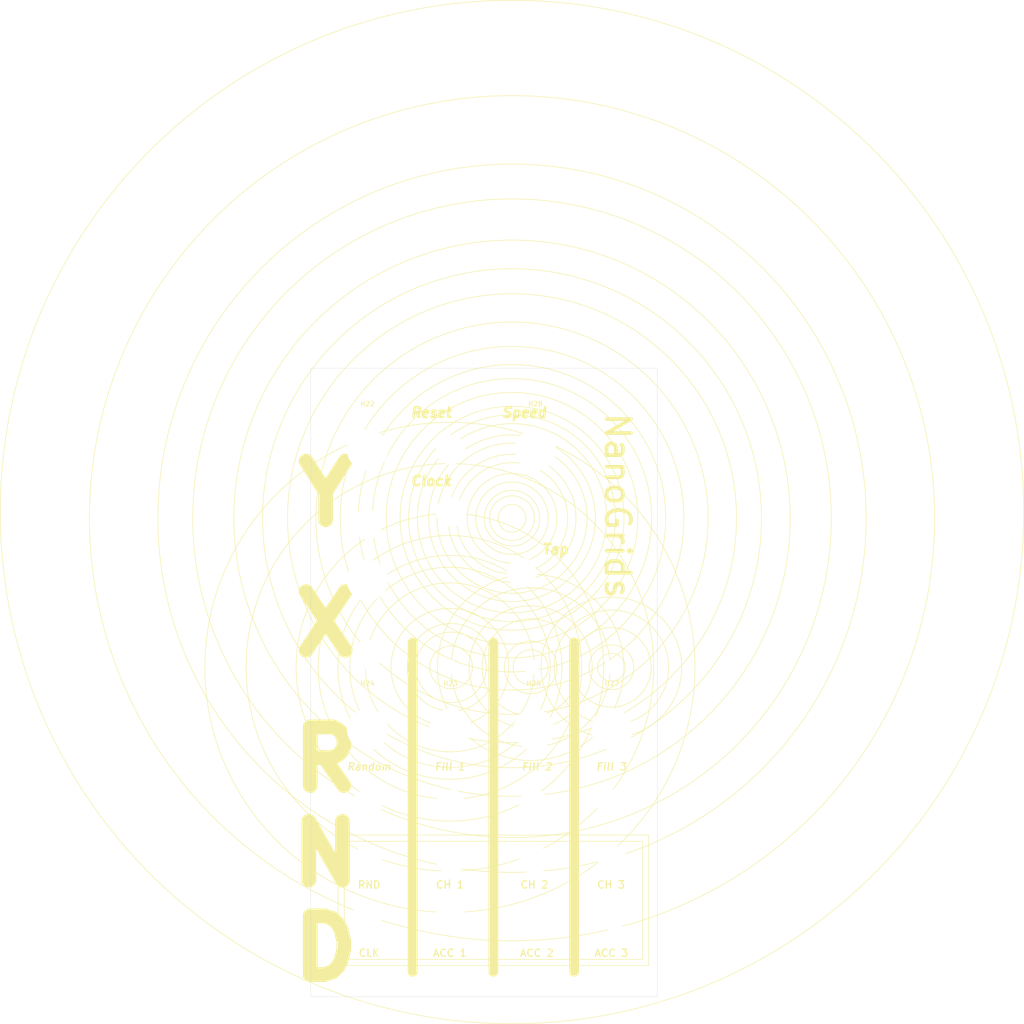
<source format=kicad_pcb>
(kicad_pcb (version 20171130) (host pcbnew "(5.1.6)-1")

  (general
    (thickness 1.6)
    (drawings 83)
    (tracks 0)
    (zones 0)
    (modules 28)
    (nets 1)
  )

  (page A4)
  (layers
    (0 F.Cu signal)
    (31 B.Cu signal)
    (32 B.Adhes user)
    (33 F.Adhes user)
    (34 B.Paste user)
    (35 F.Paste user)
    (36 B.SilkS user)
    (37 F.SilkS user)
    (38 B.Mask user)
    (39 F.Mask user)
    (40 Dwgs.User user)
    (41 Cmts.User user)
    (42 Eco1.User user)
    (43 Eco2.User user)
    (44 Edge.Cuts user)
    (45 Margin user)
    (46 B.CrtYd user hide)
    (47 F.CrtYd user)
    (48 B.Fab user)
    (49 F.Fab user hide)
  )

  (setup
    (last_trace_width 0.25)
    (trace_clearance 0.2)
    (zone_clearance 0.508)
    (zone_45_only no)
    (trace_min 0.2)
    (via_size 0.8)
    (via_drill 0.4)
    (via_min_size 0.4)
    (via_min_drill 0.3)
    (uvia_size 0.3)
    (uvia_drill 0.1)
    (uvias_allowed no)
    (uvia_min_size 0.2)
    (uvia_min_drill 0.1)
    (edge_width 0.05)
    (segment_width 0.2)
    (pcb_text_width 0.3)
    (pcb_text_size 1.5 1.5)
    (mod_edge_width 0.12)
    (mod_text_size 1 1)
    (mod_text_width 0.15)
    (pad_size 3.2 3.2)
    (pad_drill 3.2)
    (pad_to_mask_clearance 0.051)
    (solder_mask_min_width 0.25)
    (aux_axis_origin 0 0)
    (visible_elements 7FFFFFFF)
    (pcbplotparams
      (layerselection 0x010fc_ffffffff)
      (usegerberextensions false)
      (usegerberattributes false)
      (usegerberadvancedattributes false)
      (creategerberjobfile false)
      (excludeedgelayer false)
      (linewidth 0.100000)
      (plotframeref false)
      (viasonmask false)
      (mode 1)
      (useauxorigin false)
      (hpglpennumber 1)
      (hpglpenspeed 20)
      (hpglpendiameter 15.000000)
      (psnegative false)
      (psa4output false)
      (plotreference true)
      (plotvalue true)
      (plotinvisibletext false)
      (padsonsilk false)
      (subtractmaskfromsilk false)
      (outputformat 1)
      (mirror false)
      (drillshape 0)
      (scaleselection 1)
      (outputdirectory "Gerbers/"))
  )

  (net 0 "")

  (net_class Default "Dit is de standaard class."
    (clearance 0.2)
    (trace_width 0.25)
    (via_dia 0.8)
    (via_drill 0.4)
    (uvia_dia 0.3)
    (uvia_drill 0.1)
  )

  (module MountingHole:MountingHole_8.4mm_M8 (layer F.Cu) (tedit 56D1B4CB) (tstamp 5DCEB042)
    (at 224.49 40.64)
    (descr "Mounting Hole 8.4mm, no annular, M8")
    (tags "mounting hole 8.4mm no annular m8")
    (path /5DD42E60)
    (attr virtual)
    (fp_text reference H28 (at 0 -9.4) (layer F.SilkS)
      (effects (font (size 1 1) (thickness 0.15)))
    )
    (fp_text value MountingHole (at 0 9.4) (layer F.Fab)
      (effects (font (size 1 1) (thickness 0.15)))
    )
    (fp_text user %R (at 0.3 0) (layer F.Fab)
      (effects (font (size 1 1) (thickness 0.15)))
    )
    (fp_circle (center 0 0) (end 8.4 0) (layer Cmts.User) (width 0.15))
    (fp_circle (center 0 0) (end 8.65 0) (layer F.CrtYd) (width 0.05))
    (pad 1 np_thru_hole circle (at 0 0) (size 8.4 8.4) (drill 8.4) (layers *.Cu *.Mask))
  )

  (module MountingHole:MountingHole_8.4mm_M8 (layer F.Cu) (tedit 56D1B4CB) (tstamp 5DCE9EB1)
    (at 240.13 97.79)
    (descr "Mounting Hole 8.4mm, no annular, M8")
    (tags "mounting hole 8.4mm no annular m8")
    (path /5DD3F54A)
    (attr virtual)
    (fp_text reference H27 (at 0 -9.4) (layer F.SilkS)
      (effects (font (size 1 1) (thickness 0.15)))
    )
    (fp_text value MountingHole (at 0 9.4) (layer F.Fab)
      (effects (font (size 1 1) (thickness 0.15)))
    )
    (fp_text user %R (at 0.3 0) (layer F.Fab)
      (effects (font (size 1 1) (thickness 0.15)))
    )
    (fp_circle (center 0 0) (end 8.4 0) (layer Cmts.User) (width 0.15))
    (fp_circle (center 0 0) (end 8.65 0) (layer F.CrtYd) (width 0.05))
    (pad 1 np_thru_hole circle (at 0 0) (size 8.4 8.4) (drill 8.4) (layers *.Cu *.Mask))
  )

  (module MountingHole:MountingHole_8.4mm_M8 (layer F.Cu) (tedit 56D1B4CB) (tstamp 5DCE9EA9)
    (at 224.14 97.79)
    (descr "Mounting Hole 8.4mm, no annular, M8")
    (tags "mounting hole 8.4mm no annular m8")
    (path /5DD3F544)
    (attr virtual)
    (fp_text reference H26 (at 0 -9.4) (layer F.SilkS)
      (effects (font (size 1 1) (thickness 0.15)))
    )
    (fp_text value MountingHole (at 0 9.4) (layer F.Fab)
      (effects (font (size 1 1) (thickness 0.15)))
    )
    (fp_text user %R (at 0.3 0) (layer F.Fab)
      (effects (font (size 1 1) (thickness 0.15)))
    )
    (fp_circle (center 0 0) (end 8.4 0) (layer Cmts.User) (width 0.15))
    (fp_circle (center 0 0) (end 8.65 0) (layer F.CrtYd) (width 0.05))
    (pad 1 np_thru_hole circle (at 0 0) (size 8.4 8.4) (drill 8.4) (layers *.Cu *.Mask))
  )

  (module MountingHole:MountingHole_8.4mm_M8 (layer F.Cu) (tedit 56D1B4CB) (tstamp 5DCE8CEE)
    (at 190.15 67.31)
    (descr "Mounting Hole 8.4mm, no annular, M8")
    (tags "mounting hole 8.4mm no annular m8")
    (path /5DD3AED0)
    (attr virtual)
    (fp_text reference H25 (at 0 -9.4) (layer F.SilkS)
      (effects (font (size 1 1) (thickness 0.15)))
    )
    (fp_text value MountingHole (at 0 9.4) (layer F.Fab)
      (effects (font (size 1 1) (thickness 0.15)))
    )
    (fp_text user %R (at 0.3 0) (layer F.Fab)
      (effects (font (size 1 1) (thickness 0.15)))
    )
    (fp_circle (center 0 0) (end 8.4 0) (layer Cmts.User) (width 0.15))
    (fp_circle (center 0 0) (end 8.65 0) (layer F.CrtYd) (width 0.05))
    (pad 1 np_thru_hole circle (at 0 0) (size 8.4 8.4) (drill 8.4) (layers *.Cu *.Mask))
  )

  (module MountingHole:MountingHole_8.4mm_M8 (layer F.Cu) (tedit 56D1B4CB) (tstamp 5DCE8CE6)
    (at 190.15 97.79)
    (descr "Mounting Hole 8.4mm, no annular, M8")
    (tags "mounting hole 8.4mm no annular m8")
    (path /5DD39C6C)
    (attr virtual)
    (fp_text reference H24 (at 0 -9.4) (layer F.SilkS)
      (effects (font (size 1 1) (thickness 0.15)))
    )
    (fp_text value MountingHole (at 0 9.4) (layer F.Fab)
      (effects (font (size 1 1) (thickness 0.15)))
    )
    (fp_text user %R (at 0.3 0) (layer F.Fab)
      (effects (font (size 1 1) (thickness 0.15)))
    )
    (fp_circle (center 0 0) (end 8.4 0) (layer Cmts.User) (width 0.15))
    (fp_circle (center 0 0) (end 8.65 0) (layer F.CrtYd) (width 0.05))
    (pad 1 np_thru_hole circle (at 0 0) (size 8.4 8.4) (drill 8.4) (layers *.Cu *.Mask))
  )

  (module MountingHole:MountingHole_8.4mm_M8 (layer F.Cu) (tedit 56D1B4CB) (tstamp 5DCE8CDE)
    (at 207.11 97.79)
    (descr "Mounting Hole 8.4mm, no annular, M8")
    (tags "mounting hole 8.4mm no annular m8")
    (path /5DD38B39)
    (attr virtual)
    (fp_text reference H23 (at 0 -9.4) (layer F.SilkS)
      (effects (font (size 1 1) (thickness 0.15)))
    )
    (fp_text value MountingHole (at 0 9.4) (layer F.Fab)
      (effects (font (size 1 1) (thickness 0.15)))
    )
    (fp_text user %R (at 0.3 0) (layer F.Fab)
      (effects (font (size 1 1) (thickness 0.15)))
    )
    (fp_circle (center 0 0) (end 8.4 0) (layer Cmts.User) (width 0.15))
    (fp_circle (center 0 0) (end 8.65 0) (layer F.CrtYd) (width 0.05))
    (pad 1 np_thru_hole circle (at 0 0) (size 8.4 8.4) (drill 8.4) (layers *.Cu *.Mask))
  )

  (module MountingHole:MountingHole_8.4mm_M8 (layer F.Cu) (tedit 56D1B4CB) (tstamp 5DCE7BF1)
    (at 190.15 40.64)
    (descr "Mounting Hole 8.4mm, no annular, M8")
    (tags "mounting hole 8.4mm no annular m8")
    (path /5DD35E35)
    (attr virtual)
    (fp_text reference H22 (at 0 -9.4) (layer F.SilkS)
      (effects (font (size 1 1) (thickness 0.15)))
    )
    (fp_text value MountingHole (at 0 9.4) (layer F.Fab)
      (effects (font (size 1 1) (thickness 0.15)))
    )
    (fp_text user %R (at 0.3 0) (layer F.Fab)
      (effects (font (size 1 1) (thickness 0.15)))
    )
    (fp_circle (center 0 0) (end 8.4 0) (layer Cmts.User) (width 0.15))
    (fp_circle (center 0 0) (end 8.65 0) (layer F.CrtYd) (width 0.05))
    (pad 1 np_thru_hole circle (at 0 0) (size 8.4 8.4) (drill 8.4) (layers *.Cu *.Mask))
  )

  (module MountingHole:MountingHole_6mm (layer F.Cu) (tedit 56D1B4CB) (tstamp 5DCD49E6)
    (at 190.15 124.46)
    (descr "Mounting Hole 6mm, no annular")
    (tags "mounting hole 6mm no annular")
    (path /5DCE8A74)
    (attr virtual)
    (fp_text reference H4 (at 0 0) (layer F.SilkS) hide
      (effects (font (size 1 1) (thickness 0.15)))
    )
    (fp_text value MountingHole (at 0 7) (layer F.Fab)
      (effects (font (size 1 1) (thickness 0.15)))
    )
    (fp_circle (center 0 0) (end 6 0) (layer Cmts.User) (width 0.15))
    (fp_circle (center 0 0) (end 6.25 0) (layer F.CrtYd) (width 0.05))
    (fp_text user %R (at 0.3 0) (layer F.Fab)
      (effects (font (size 1 1) (thickness 0.15)))
    )
    (pad 1 np_thru_hole circle (at 0 0) (size 6 6) (drill 6) (layers *.Cu *.Mask))
  )

  (module MountingHole:MountingHole_3mm (layer F.Cu) (tedit 56D1B4CB) (tstamp 5DCE6380)
    (at 219.71 54.61)
    (descr "Mounting Hole 3mm, no annular")
    (tags "mounting hole 3mm no annular")
    (path /5DD18E93)
    (attr virtual)
    (fp_text reference H21 (at 0 0) (layer F.SilkS) hide
      (effects (font (size 1 1) (thickness 0.15)))
    )
    (fp_text value MountingHole (at 0 4) (layer F.Fab)
      (effects (font (size 1 1) (thickness 0.15)))
    )
    (fp_circle (center 0 0) (end 3.25 0) (layer F.CrtYd) (width 0.05))
    (fp_circle (center 0 0) (end 3 0) (layer Cmts.User) (width 0.15))
    (fp_text user %R (at 0.3 0) (layer F.Fab)
      (effects (font (size 1 1) (thickness 0.15)))
    )
    (pad 1 np_thru_hole circle (at 0 0) (size 3 3) (drill 3) (layers *.Cu *.Mask))
  )

  (module MountingHole:MountingHole_3mm (layer F.Cu) (tedit 56D1B4CB) (tstamp 5DCE6378)
    (at 223.72 84.99)
    (descr "Mounting Hole 3mm, no annular")
    (tags "mounting hole 3mm no annular")
    (path /5DD17DAE)
    (attr virtual)
    (fp_text reference H20 (at -0.2 0.1) (layer F.SilkS) hide
      (effects (font (size 1 1) (thickness 0.15)))
    )
    (fp_text value MountingHole (at 0 4) (layer F.Fab)
      (effects (font (size 1 1) (thickness 0.15)))
    )
    (fp_circle (center 0 0) (end 3.25 0) (layer F.CrtYd) (width 0.05))
    (fp_circle (center 0 0) (end 3 0) (layer Cmts.User) (width 0.15))
    (fp_text user %R (at 0.3 0) (layer F.Fab)
      (effects (font (size 1 1) (thickness 0.15)))
    )
    (pad 1 np_thru_hole circle (at 0 0) (size 3 3) (drill 3) (layers *.Cu *.Mask))
  )

  (module MountingHole:MountingHole_3mm (layer F.Cu) (tedit 56D1B4CB) (tstamp 5DCE6370)
    (at 240.03 84.99)
    (descr "Mounting Hole 3mm, no annular")
    (tags "mounting hole 3mm no annular")
    (path /5DD16CDA)
    (attr virtual)
    (fp_text reference H19 (at 0 0.1) (layer F.SilkS) hide
      (effects (font (size 1 1) (thickness 0.15)))
    )
    (fp_text value MountingHole (at 0 4) (layer F.Fab)
      (effects (font (size 1 1) (thickness 0.15)))
    )
    (fp_circle (center 0 0) (end 3.25 0) (layer F.CrtYd) (width 0.05))
    (fp_circle (center 0 0) (end 3 0) (layer Cmts.User) (width 0.15))
    (fp_text user %R (at 0.3 0) (layer F.Fab)
      (effects (font (size 1 1) (thickness 0.15)))
    )
    (pad 1 np_thru_hole circle (at 0 0) (size 3 3) (drill 3) (layers *.Cu *.Mask))
  )

  (module MountingHole:MountingHole_3mm (layer F.Cu) (tedit 56D1B4CB) (tstamp 5DCE5316)
    (at 207.01 84.99)
    (descr "Mounting Hole 3mm, no annular")
    (tags "mounting hole 3mm no annular")
    (path /5DD14658)
    (attr virtual)
    (fp_text reference H18 (at 0 0.1) (layer F.SilkS) hide
      (effects (font (size 1 1) (thickness 0.15)))
    )
    (fp_text value MountingHole (at 0 4) (layer F.Fab)
      (effects (font (size 1 1) (thickness 0.15)))
    )
    (fp_circle (center 0 0) (end 3 0) (layer Cmts.User) (width 0.15))
    (fp_circle (center 0 0) (end 3.25 0) (layer F.CrtYd) (width 0.05))
    (fp_text user %R (at 0.3 0) (layer F.Fab)
      (effects (font (size 1 1) (thickness 0.15)))
    )
    (pad 1 np_thru_hole circle (at 0 0) (size 3 3) (drill 3) (layers *.Cu *.Mask))
  )

  (module MountingHole:MountingHole_6mm (layer F.Cu) (tedit 56D1B4CB) (tstamp 5DCE4226)
    (at 221.73 65.74)
    (descr "Mounting Hole 6mm, no annular")
    (tags "mounting hole 6mm no annular")
    (path /5DD10199)
    (attr virtual)
    (fp_text reference H17 (at -0.75 0.3) (layer F.SilkS) hide
      (effects (font (size 1 1) (thickness 0.15)))
    )
    (fp_text value MountingHole (at 0 7) (layer F.Fab)
      (effects (font (size 1 1) (thickness 0.15)))
    )
    (fp_circle (center 0 0) (end 6 0) (layer Cmts.User) (width 0.15))
    (fp_circle (center 0 0) (end 6.25 0) (layer F.CrtYd) (width 0.05))
    (fp_text user %R (at 0.3 0) (layer F.Fab)
      (effects (font (size 1 1) (thickness 0.15)))
    )
    (pad 1 np_thru_hole circle (at 0 0) (size 6 6) (drill 6) (layers *.Cu *.Mask))
  )

  (module MountingHole:MountingHole_6mm (layer F.Cu) (tedit 56D1B4CB) (tstamp 5DCDE459)
    (at 240.13 113.03)
    (descr "Mounting Hole 6mm, no annular")
    (tags "mounting hole 6mm no annular")
    (path /5DCF89F8)
    (attr virtual)
    (fp_text reference H16 (at -0.1 0) (layer F.SilkS) hide
      (effects (font (size 1 1) (thickness 0.15)))
    )
    (fp_text value MountingHole (at 0 7) (layer F.Fab)
      (effects (font (size 1 1) (thickness 0.15)))
    )
    (fp_circle (center 0 0) (end 6 0) (layer Cmts.User) (width 0.15))
    (fp_circle (center 0 0) (end 6.25 0) (layer F.CrtYd) (width 0.05))
    (fp_text user %R (at 0.3 0) (layer F.Fab)
      (effects (font (size 1 1) (thickness 0.15)))
    )
    (pad 1 np_thru_hole circle (at 0 0) (size 6 6) (drill 6) (layers *.Cu *.Mask))
  )

  (module MountingHole:MountingHole_6mm (layer F.Cu) (tedit 56D1B4CB) (tstamp 5DCDE451)
    (at 190.15 113.03)
    (descr "Mounting Hole 6mm, no annular")
    (tags "mounting hole 6mm no annular")
    (path /5DCF89F2)
    (attr virtual)
    (fp_text reference H15 (at -0.92 0) (layer F.SilkS) hide
      (effects (font (size 1 1) (thickness 0.15)))
    )
    (fp_text value MountingHole (at 0 7) (layer F.Fab)
      (effects (font (size 1 1) (thickness 0.15)))
    )
    (fp_circle (center 0 0) (end 6 0) (layer Cmts.User) (width 0.15))
    (fp_circle (center 0 0) (end 6.25 0) (layer F.CrtYd) (width 0.05))
    (fp_text user %R (at 0.3 0) (layer F.Fab)
      (effects (font (size 1 1) (thickness 0.15)))
    )
    (pad 1 np_thru_hole circle (at 0 0) (size 6 6) (drill 6) (layers *.Cu *.Mask))
  )

  (module MountingHole:MountingHole_6mm (layer F.Cu) (tedit 56D1B4CB) (tstamp 5DCDE449)
    (at 190.15 82.55)
    (descr "Mounting Hole 6mm, no annular")
    (tags "mounting hole 6mm no annular")
    (path /5DCF89EC)
    (attr virtual)
    (fp_text reference H14 (at 0.35 0) (layer F.SilkS) hide
      (effects (font (size 1 1) (thickness 0.15)))
    )
    (fp_text value MountingHole (at 0 7) (layer F.Fab)
      (effects (font (size 1 1) (thickness 0.15)))
    )
    (fp_circle (center 0 0) (end 6 0) (layer Cmts.User) (width 0.15))
    (fp_circle (center 0 0) (end 6.25 0) (layer F.CrtYd) (width 0.05))
    (fp_text user %R (at 0.3 0) (layer F.Fab)
      (effects (font (size 1 1) (thickness 0.15)))
    )
    (pad 1 np_thru_hole circle (at 0 0) (size 6 6) (drill 6) (layers *.Cu *.Mask))
  )

  (module MountingHole:MountingHole_6mm (layer F.Cu) (tedit 56D1B4CB) (tstamp 5DCDE441)
    (at 207.16 113.03)
    (descr "Mounting Hole 6mm, no annular")
    (tags "mounting hole 6mm no annular")
    (path /5DCF89E6)
    (attr virtual)
    (fp_text reference H13 (at 0 0) (layer F.SilkS) hide
      (effects (font (size 1 1) (thickness 0.15)))
    )
    (fp_text value MountingHole (at 0 7) (layer F.Fab)
      (effects (font (size 1 1) (thickness 0.15)))
    )
    (fp_circle (center 0 0) (end 6 0) (layer Cmts.User) (width 0.15))
    (fp_circle (center 0 0) (end 6.25 0) (layer F.CrtYd) (width 0.05))
    (fp_text user %R (at 0.3 0) (layer F.Fab)
      (effects (font (size 1 1) (thickness 0.15)))
    )
    (pad 1 np_thru_hole circle (at 0 0) (size 6 6) (drill 6) (layers *.Cu *.Mask))
  )

  (module MountingHole:MountingHole_6mm (layer F.Cu) (tedit 56D1B4CB) (tstamp 5DCDE439)
    (at 207.16 53.34)
    (descr "Mounting Hole 6mm, no annular")
    (tags "mounting hole 6mm no annular")
    (path /5DCFC61A)
    (attr virtual)
    (fp_text reference H12 (at -0.15 0) (layer F.SilkS) hide
      (effects (font (size 1 1) (thickness 0.15)))
    )
    (fp_text value MountingHole (at 0 7) (layer F.Fab)
      (effects (font (size 1 1) (thickness 0.15)))
    )
    (fp_circle (center 0 0) (end 6 0) (layer Cmts.User) (width 0.15))
    (fp_circle (center 0 0) (end 6.25 0) (layer F.CrtYd) (width 0.05))
    (fp_text user %R (at 0.3 0) (layer F.Fab)
      (effects (font (size 1 1) (thickness 0.15)))
    )
    (pad 1 np_thru_hole circle (at 0 0) (size 6 6) (drill 6) (layers *.Cu *.Mask))
  )

  (module MountingHole:MountingHole_6mm (layer F.Cu) (tedit 56D1B4CB) (tstamp 5DCDE431)
    (at 224.17 113.03)
    (descr "Mounting Hole 6mm, no annular")
    (tags "mounting hole 6mm no annular")
    (path /5DCFC614)
    (attr virtual)
    (fp_text reference H11 (at -0.65 0) (layer F.SilkS) hide
      (effects (font (size 1 1) (thickness 0.15)))
    )
    (fp_text value MountingHole (at 0 7) (layer F.Fab)
      (effects (font (size 1 1) (thickness 0.15)))
    )
    (fp_circle (center 0 0) (end 6 0) (layer Cmts.User) (width 0.15))
    (fp_circle (center 0 0) (end 6.25 0) (layer F.CrtYd) (width 0.05))
    (fp_text user %R (at 0.3 0) (layer F.Fab)
      (effects (font (size 1 1) (thickness 0.15)))
    )
    (pad 1 np_thru_hole circle (at 0 0) (size 6 6) (drill 6) (layers *.Cu *.Mask))
  )

  (module MountingHole:MountingHole_6mm (layer F.Cu) (tedit 56D1B4CB) (tstamp 5DCDE429)
    (at 207.16 40.64)
    (descr "Mounting Hole 6mm, no annular")
    (tags "mounting hole 6mm no annular")
    (path /5DCFC60E)
    (attr virtual)
    (fp_text reference H10 (at -0.15 0) (layer F.SilkS) hide
      (effects (font (size 1 1) (thickness 0.15)))
    )
    (fp_text value MountingHole (at 0 7) (layer F.Fab)
      (effects (font (size 1 1) (thickness 0.15)))
    )
    (fp_circle (center 0 0) (end 6 0) (layer Cmts.User) (width 0.15))
    (fp_circle (center 0 0) (end 6.25 0) (layer F.CrtYd) (width 0.05))
    (fp_text user %R (at 0.3 0) (layer F.Fab)
      (effects (font (size 1 1) (thickness 0.15)))
    )
    (pad 1 np_thru_hole circle (at 0 0) (size 6 6) (drill 6) (layers *.Cu *.Mask))
  )

  (module MountingHole:MountingHole_6mm (layer F.Cu) (tedit 56D1B4CB) (tstamp 5DCDE421)
    (at 190.15 55.88)
    (descr "Mounting Hole 6mm, no annular")
    (tags "mounting hole 6mm no annular")
    (path /5DCFC608)
    (attr virtual)
    (fp_text reference H9 (at 0 1.27) (layer F.SilkS) hide
      (effects (font (size 1 1) (thickness 0.15)))
    )
    (fp_text value MountingHole (at 0 7) (layer F.Fab)
      (effects (font (size 1 1) (thickness 0.15)))
    )
    (fp_circle (center 0 0) (end 6 0) (layer Cmts.User) (width 0.15))
    (fp_circle (center 0 0) (end 6.25 0) (layer F.CrtYd) (width 0.05))
    (fp_text user %R (at 0.3 0) (layer F.Fab)
      (effects (font (size 1 1) (thickness 0.15)))
    )
    (pad 1 np_thru_hole circle (at 0 0) (size 6 6) (drill 6) (layers *.Cu *.Mask))
  )

  (module MountingHole:MountingHole_6mm (layer F.Cu) (tedit 56D1B4CB) (tstamp 5DCD4A06)
    (at 190.15 135.89)
    (descr "Mounting Hole 6mm, no annular")
    (tags "mounting hole 6mm no annular")
    (path /5DCED243)
    (attr virtual)
    (fp_text reference H8 (at -0.92 0) (layer F.SilkS) hide
      (effects (font (size 1 1) (thickness 0.15)))
    )
    (fp_text value MountingHole (at 0 7) (layer F.Fab)
      (effects (font (size 1 1) (thickness 0.15)))
    )
    (fp_circle (center 0 0) (end 6 0) (layer Cmts.User) (width 0.15))
    (fp_circle (center 0 0) (end 6.25 0) (layer F.CrtYd) (width 0.05))
    (fp_text user %R (at 0.3 0) (layer F.Fab)
      (effects (font (size 1 1) (thickness 0.15)))
    )
    (pad 1 np_thru_hole circle (at 0 0) (size 6 6) (drill 6) (layers *.Cu *.Mask))
  )

  (module MountingHole:MountingHole_6mm (layer F.Cu) (tedit 56D1B4CB) (tstamp 5DCD49FE)
    (at 240.13 135.89)
    (descr "Mounting Hole 6mm, no annular")
    (tags "mounting hole 6mm no annular")
    (path /5DCEC062)
    (attr virtual)
    (fp_text reference H7 (at -0.1 0) (layer F.SilkS) hide
      (effects (font (size 1 1) (thickness 0.15)))
    )
    (fp_text value MountingHole (at 0 7) (layer F.Fab)
      (effects (font (size 1 1) (thickness 0.15)))
    )
    (fp_circle (center 0 0) (end 6 0) (layer Cmts.User) (width 0.15))
    (fp_circle (center 0 0) (end 6.25 0) (layer F.CrtYd) (width 0.05))
    (fp_text user %R (at 0.3 0) (layer F.Fab)
      (effects (font (size 1 1) (thickness 0.15)))
    )
    (pad 1 np_thru_hole circle (at 0 0) (size 6 6) (drill 6) (layers *.Cu *.Mask))
  )

  (module MountingHole:MountingHole_6mm (layer F.Cu) (tedit 56D1B4CB) (tstamp 5DCD49F6)
    (at 224.12 135.89)
    (descr "Mounting Hole 6mm, no annular")
    (tags "mounting hole 6mm no annular")
    (path /5DCEAE29)
    (attr virtual)
    (fp_text reference H6 (at -0.6 1.27) (layer F.SilkS) hide
      (effects (font (size 1 1) (thickness 0.15)))
    )
    (fp_text value MountingHole (at 0 7) (layer F.Fab)
      (effects (font (size 1 1) (thickness 0.15)))
    )
    (fp_circle (center 0 0) (end 6 0) (layer Cmts.User) (width 0.15))
    (fp_circle (center 0 0) (end 6.25 0) (layer F.CrtYd) (width 0.05))
    (fp_text user %R (at 0.3 0) (layer F.Fab)
      (effects (font (size 1 1) (thickness 0.15)))
    )
    (pad 1 np_thru_hole circle (at 0 0) (size 6 6) (drill 6) (layers *.Cu *.Mask))
  )

  (module MountingHole:MountingHole_6mm (layer F.Cu) (tedit 56D1B4CB) (tstamp 5DCD49EE)
    (at 224.17 124.46)
    (descr "Mounting Hole 6mm, no annular")
    (tags "mounting hole 6mm no annular")
    (path /5DCE9C46)
    (attr virtual)
    (fp_text reference H5 (at -0.65 0) (layer F.SilkS) hide
      (effects (font (size 1 1) (thickness 0.15)))
    )
    (fp_text value MountingHole (at 0 7) (layer F.Fab)
      (effects (font (size 1 1) (thickness 0.15)))
    )
    (fp_circle (center 0 0) (end 6 0) (layer Cmts.User) (width 0.15))
    (fp_circle (center 0 0) (end 6.25 0) (layer F.CrtYd) (width 0.05))
    (fp_text user %R (at 0.3 0) (layer F.Fab)
      (effects (font (size 1 1) (thickness 0.15)))
    )
    (pad 1 np_thru_hole circle (at 0 0) (size 6 6) (drill 6) (layers *.Cu *.Mask))
  )

  (module MountingHole:MountingHole_6mm (layer F.Cu) (tedit 56D1B4CB) (tstamp 5DCD49DE)
    (at 240.13 124.46)
    (descr "Mounting Hole 6mm, no annular")
    (tags "mounting hole 6mm no annular")
    (path /5DCE76A3)
    (attr virtual)
    (fp_text reference H3 (at -0.1 0) (layer F.SilkS) hide
      (effects (font (size 1 1) (thickness 0.15)))
    )
    (fp_text value MountingHole (at 0 7) (layer F.Fab)
      (effects (font (size 1 1) (thickness 0.15)))
    )
    (fp_circle (center 0 0) (end 6 0) (layer Cmts.User) (width 0.15))
    (fp_circle (center 0 0) (end 6.25 0) (layer F.CrtYd) (width 0.05))
    (fp_text user %R (at 0.3 0) (layer F.Fab)
      (effects (font (size 1 1) (thickness 0.15)))
    )
    (pad 1 np_thru_hole circle (at 0 0) (size 6 6) (drill 6) (layers *.Cu *.Mask))
  )

  (module MountingHole:MountingHole_6mm (layer F.Cu) (tedit 56D1B4CB) (tstamp 5DD28131)
    (at 207.16 124.46)
    (descr "Mounting Hole 6mm, no annular")
    (tags "mounting hole 6mm no annular")
    (path /5F1F1794)
    (attr virtual)
    (fp_text reference H2 (at -0.15 0) (layer F.SilkS) hide
      (effects (font (size 1 1) (thickness 0.15)))
    )
    (fp_text value MountingHole (at 0 7) (layer F.Fab)
      (effects (font (size 1 1) (thickness 0.15)))
    )
    (fp_circle (center 0 0) (end 6 0) (layer Cmts.User) (width 0.15))
    (fp_circle (center 0 0) (end 6.25 0) (layer F.CrtYd) (width 0.05))
    (fp_text user %R (at 0.3 0) (layer F.Fab)
      (effects (font (size 1 1) (thickness 0.15)))
    )
    (pad 1 np_thru_hole circle (at 0 0) (size 6 6) (drill 6) (layers *.Cu *.Mask))
  )

  (module MountingHole:MountingHole_6mm (layer F.Cu) (tedit 56D1B4CB) (tstamp 5DCD49C8)
    (at 207.16 135.89)
    (descr "Mounting Hole 6mm, no annular")
    (tags "mounting hole 6mm no annular")
    (path /5DCE644E)
    (attr virtual)
    (fp_text reference H1 (at -0.15 0) (layer F.SilkS) hide
      (effects (font (size 1 1) (thickness 0.15)))
    )
    (fp_text value MountingHole (at 0 7) (layer F.Fab)
      (effects (font (size 1 1) (thickness 0.15)))
    )
    (fp_circle (center 0 0) (end 6 0) (layer Cmts.User) (width 0.15))
    (fp_circle (center 0 0) (end 6.25 0) (layer F.CrtYd) (width 0.05))
    (fp_text user %R (at 0.3 0) (layer F.Fab)
      (effects (font (size 1 1) (thickness 0.15)))
    )
    (pad 1 np_thru_hole circle (at 0 0) (size 6 6) (drill 6) (layers *.Cu *.Mask))
  )

  (gr_text "R\nN\nD" (at 181.61 123.19) (layer F.SilkS) (tstamp 5DCEC8ED)
    (effects (font (size 12 12) (thickness 3)))
  )
  (gr_circle (center 207.01 85.09) (end 250.19 59.69) (layer F.SilkS) (width 0.12))
  (gr_circle (center 207.01 85.09) (end 240.03 59.69) (layer F.SilkS) (width 0.12))
  (gr_circle (center 207.01 85.09) (end 229.87 63.5) (layer F.SilkS) (width 0.12))
  (gr_circle (center 207.01 85.09) (end 226.06 66.04) (layer F.SilkS) (width 0.12))
  (gr_circle (center 207.01 85.09) (end 226.06 72.39) (layer F.SilkS) (width 0.12))
  (gr_circle (center 207.01 85.09) (end 224.79 74.93) (layer F.SilkS) (width 0.12))
  (gr_circle (center 207.01 85.09) (end 220.98 74.93) (layer F.SilkS) (width 0.12))
  (gr_circle (center 207.01 85.09) (end 218.44 81.28) (layer F.SilkS) (width 0.12))
  (gr_circle (center 207.256065 85.09) (end 213.36 81.28) (layer F.SilkS) (width 0.12))
  (gr_circle (center 207.256065 85.09) (end 210.82 82.55) (layer F.SilkS) (width 0.12))
  (gr_circle (center 207.256065 85.09) (end 214.63 80.01) (layer F.SilkS) (width 0.12))
  (gr_circle (center 223.52 85.09) (end 238.76 73.66) (layer F.SilkS) (width 0.12))
  (gr_circle (center 223.52 85.09) (end 236.22 74.93) (layer F.SilkS) (width 0.12))
  (gr_circle (center 223.52 85.09) (end 232.41 76.2) (layer F.SilkS) (width 0.12))
  (gr_circle (center 223.52 85.09) (end 229.87 77.47) (layer F.SilkS) (width 0.12))
  (gr_circle (center 223.52 85.09) (end 226.06 82.55) (layer F.SilkS) (width 0.12))
  (gr_circle (center 223.52 85.09) (end 227.33 81.28) (layer F.SilkS) (width 0.12))
  (gr_circle (center 240.03 85.09) (end 250.19 74.93) (layer F.SilkS) (width 0.12))
  (gr_circle (center 240.03 85.09) (end 247.65 76.2) (layer F.SilkS) (width 0.12))
  (gr_circle (center 240.03 85.09) (end 245.11 78.74) (layer F.SilkS) (width 0.12))
  (gr_circle (center 240.03 85.09) (end 242.57 81.28) (layer F.SilkS) (width 0.12))
  (gr_circle (center 240.03 85.09) (end 241.3 82.55) (layer F.SilkS) (width 0.12))
  (gr_circle (center 219.71 53.34) (end 276.86 -34.29) (layer F.SilkS) (width 0.12))
  (gr_circle (center 219.71 54.61) (end 255.27 -24.13) (layer F.SilkS) (width 0.12))
  (gr_circle (center 219.71 54.61) (end 231.14 36.83) (layer F.SilkS) (width 0.12))
  (gr_circle (center 219.71 54.61) (end 222.25 50.8) (layer F.SilkS) (width 0.12))
  (gr_circle (center 219.71 54.61) (end 220.98 52.07) (layer F.SilkS) (width 0.12))
  (gr_circle (center 219.71 54.61) (end 222.25 49.53) (layer F.SilkS) (width 0.12))
  (gr_circle (center 219.71 54.61) (end 224.79 46.99) (layer F.SilkS) (width 0.12))
  (gr_circle (center 219.71 54.61) (end 223.52 48.26) (layer F.SilkS) (width 0.12))
  (gr_circle (center 219.71 54.61) (end 224.79 44.45) (layer F.SilkS) (width 0.12))
  (gr_circle (center 219.71 54.61) (end 226.06 43.18) (layer F.SilkS) (width 0.12))
  (gr_circle (center 219.71 54.61) (end 226.06 40.64) (layer F.SilkS) (width 0.12))
  (gr_circle (center 219.71 54.61) (end 227.33 39.37) (layer F.SilkS) (width 0.12))
  (gr_circle (center 219.71 54.61) (end 227.33 36.83) (layer F.SilkS) (width 0.12))
  (gr_circle (center 219.71 54.61) (end 232.41 35.56) (layer F.SilkS) (width 0.12))
  (gr_circle (center 219.71 54.61) (end 228.6 30.48) (layer F.SilkS) (width 0.12))
  (gr_circle (center 219.71 54.61) (end 229.87 27.94) (layer F.SilkS) (width 0.12))
  (gr_circle (center 219.71 54.61) (end 227.33 24.13) (layer F.SilkS) (width 0.12))
  (gr_circle (center 219.71 54.61) (end 227.33 20.32) (layer F.SilkS) (width 0.12))
  (gr_circle (center 219.71 54.61) (end 227.33 15.24) (layer F.SilkS) (width 0.12))
  (gr_circle (center 219.71 54.61) (end 231.14 10.16) (layer F.SilkS) (width 0.12))
  (gr_circle (center 219.71 54.61) (end 236.22 6.35) (layer F.SilkS) (width 0.12))
  (gr_circle (center 219.71 54.61) (end 247.65 5.08) (layer F.SilkS) (width 0.12))
  (gr_circle (center 219.71 54.61) (end 259.08 2.54) (layer F.SilkS) (width 0.12))
  (gr_circle (center 219.71 54.61) (end 264.16 -2.54) (layer F.SilkS) (width 0.12))
  (gr_text NanoGrids (at 241.3 52.07 -90) (layer F.SilkS)
    (effects (font (size 5 5) (thickness 0.75)))
  )
  (gr_text Tap (at 228.6 60.96) (layer F.SilkS) (tstamp 5DCEC47C)
    (effects (font (size 2 2) (thickness 0.5) italic))
  )
  (gr_text Speed (at 222.25 33.02) (layer F.SilkS) (tstamp 5DCEC477)
    (effects (font (size 2 2) (thickness 0.5) italic))
  )
  (gr_text Clock (at 203.2 46.99) (layer F.SilkS) (tstamp 5DCEC474)
    (effects (font (size 2 2) (thickness 0.5) italic))
  )
  (gr_text Reset (at 203.2 33.02) (layer F.SilkS) (tstamp 5DCEC470)
    (effects (font (size 2 2) (thickness 0.5) italic))
  )
  (gr_text Y (at 181.61 49.53) (layer F.SilkS) (tstamp 5DCEC46A)
    (effects (font (size 12 12) (thickness 3)))
  )
  (gr_text X (at 181.61 76.2) (layer F.SilkS)
    (effects (font (size 12 12) (thickness 3)))
  )
  (gr_line (start 246.38 119.38) (end 184.15 119.38) (layer F.SilkS) (width 0.12))
  (gr_line (start 184.15 119.38) (end 184.15 146.05) (layer F.SilkS) (width 0.12))
  (gr_line (start 184.15 146.05) (end 247.65 146.05) (layer F.SilkS) (width 0.12))
  (gr_line (start 247.65 119.38) (end 247.65 146.05) (layer F.SilkS) (width 0.12) (tstamp 5DCEC27C))
  (gr_line (start 232.41 80.01) (end 232.41 147.32) (layer F.SilkS) (width 2) (tstamp 5DCEC3B8))
  (gr_line (start 215.9 80.01) (end 215.9 147.32) (layer F.SilkS) (width 2) (tstamp 5DCEC3B6))
  (gr_line (start 199.39 80.01) (end 199.39 147.32) (layer F.SilkS) (width 2))
  (gr_text "Fill 3" (at 240.03 105.41) (layer F.SilkS) (tstamp 5DCEC2D8)
    (effects (font (size 1.5 1.5) (thickness 0.25) italic))
  )
  (gr_text "Fill 2" (at 224.79 105.41) (layer F.SilkS) (tstamp 5DCEC2D6)
    (effects (font (size 1.5 1.5) (thickness 0.25) italic))
  )
  (gr_text "Fill 1" (at 207.01 105.41) (layer F.SilkS) (tstamp 5DCEC2D4)
    (effects (font (size 1.5 1.5) (thickness 0.25) italic))
  )
  (gr_text Random (at 190.5 105.41) (layer F.SilkS) (tstamp 5DCEC2D2)
    (effects (font (size 1.5 1.5) (thickness 0.25) italic))
  )
  (gr_text CLK (at 190.5 143.51) (layer F.SilkS) (tstamp 5DCEC2D0)
    (effects (font (size 1.5 1.5) (thickness 0.25)))
  )
  (gr_text RND (at 190.5 129.54) (layer F.SilkS) (tstamp 5DCEC2CE)
    (effects (font (size 1.5 1.5) (thickness 0.25)))
  )
  (gr_line (start 207.01 128.27) (end 207.01 129.54) (layer F.SilkS) (width 0.12))
  (gr_line (start 246.38 144.78) (end 246.38 120.65) (layer F.SilkS) (width 0.12) (tstamp 5DCEC286))
  (gr_line (start 185.42 144.78) (end 246.38 144.78) (layer F.SilkS) (width 0.12))
  (gr_line (start 185.42 120.65) (end 185.42 144.78) (layer F.SilkS) (width 0.12))
  (gr_line (start 246.38 120.65) (end 185.42 120.65) (layer F.SilkS) (width 0.12))
  (gr_text "ACC 3" (at 240.03 143.51) (layer F.SilkS) (tstamp 5DCEC284)
    (effects (font (size 1.5 1.5) (thickness 0.25)))
  )
  (gr_text "ACC 2" (at 224.79 143.51) (layer F.SilkS) (tstamp 5DCEC282)
    (effects (font (size 1.5 1.5) (thickness 0.25)))
  )
  (gr_text "ACC 1" (at 207.01 143.51) (layer F.SilkS) (tstamp 5DCEC27F)
    (effects (font (size 1.5 1.5) (thickness 0.25)))
  )
  (gr_line (start 247.65 119.38) (end 246.38 119.38) (layer F.SilkS) (width 0.12) (tstamp 5DCEC27D))
  (gr_text "CH 3 " (at 240.53 129.54) (layer F.SilkS) (tstamp 5DCEC272)
    (effects (font (size 1.5 1.5) (thickness 0.25)))
  )
  (gr_text "CH 2" (at 224.29 129.54) (layer F.SilkS) (tstamp 5DCEC270)
    (effects (font (size 1.5 1.5) (thickness 0.25)))
  )
  (gr_text "CH 1" (at 207.01 129.54) (layer F.SilkS) (tstamp 5DCEC225)
    (effects (font (size 1.5 1.5) (thickness 0.25)))
  )
  (gr_line (start 178.57 23.91) (end 249.42 23.91) (layer Edge.Cuts) (width 0.05) (tstamp 5DCEC0EE))
  (gr_line (start 178.57 152.4) (end 178.57 23.91) (layer Edge.Cuts) (width 0.05))
  (gr_line (start 178.57 152.4) (end 249.42 152.4) (layer Edge.Cuts) (width 0.05) (tstamp 5DD5A884))
  (gr_line (start 249.42 152.4) (end 249.42 23.91) (layer Edge.Cuts) (width 0.05))

)

</source>
